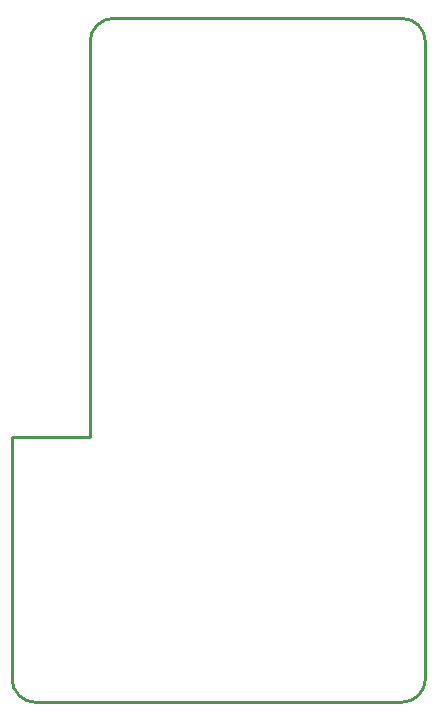
<source format=gko>
G04 Layer: BoardOutlineLayer*
G04 EasyEDA Pro v2.1.64.d1969c9c.217bcf, 2024-11-09 23:40:01*
G04 Gerber Generator version 0.3*
G04 Scale: 100 percent, Rotated: No, Reflected: No*
G04 Dimensions in millimeters*
G04 Leading zeros omitted, absolute positions, 3 integers and 5 decimals*
%FSLAX35Y35*%
%MOMM*%
%ADD10C,0.254*%
G75*


G04 PolygonModel Start*
G54D10*
G01X-1250772Y-3313109D02*
G01X-1249998Y-5358674D01*
G01X-1249998Y-5358674D02*
G03X-1049998Y-5558674I200000J0D01*
G01X-1049998Y-5558674D02*
G01X2050002Y-5558674D01*
G01X2050002Y-5558674D02*
G03X2250002Y-5358674I0J200000D01*
G01X2250002Y-5358674D02*
G01X2250002Y32526D01*
G01X2250002Y32526D02*
G03X2050002Y232526I-200000J0D01*
G01X-389598Y232526D02*
G03X-589598Y32526I0J-200000D01*
G01X-1249998Y-3313109D02*
G01X-590372Y-3313109D01*
G01X-590372Y-3313109D02*
G01X-590372Y-287262D01*
G01X-590372Y-287262D02*
G01X-590372Y32526D01*
G01X2050002Y232526D02*
G01X-389598Y232526D01*
G04 PolygonModel End*

M02*

</source>
